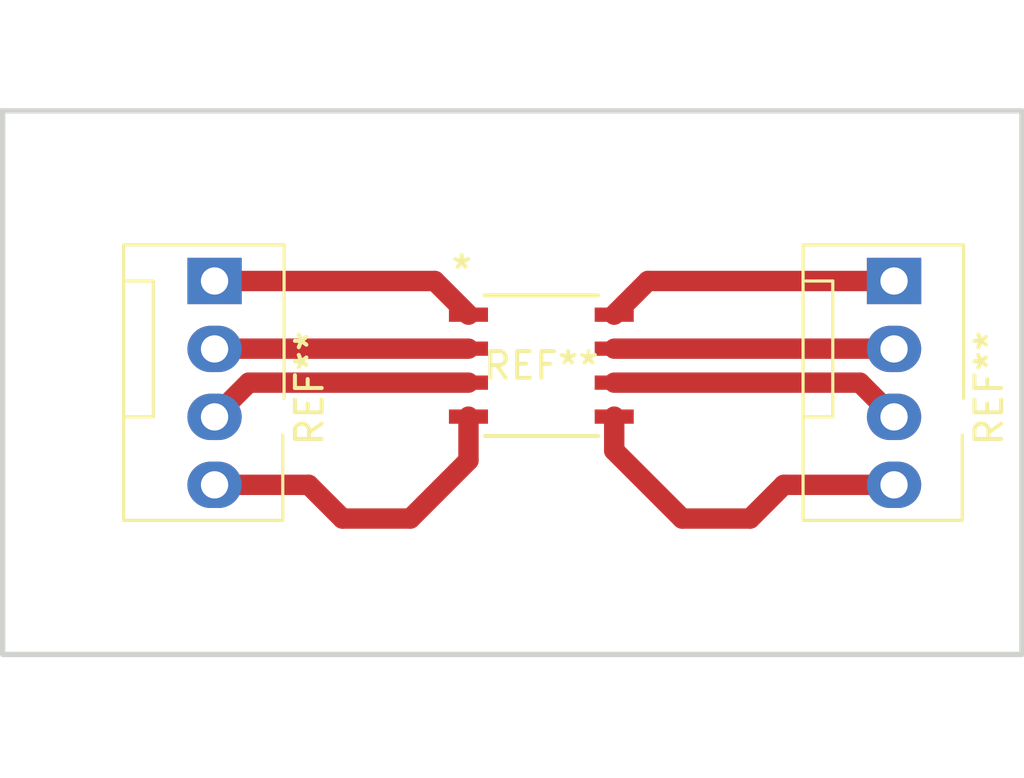
<source format=kicad_pcb>
(kicad_pcb (version 20221018) (generator pcbnew)
  (layers (0 "F.Cu" signal) (31 "B.Cu" signal) (34 "B.Paste" user) (35 "F.Paste" user) (36 "B.SilkS" user "B.Silkscreen") (37 "F.SilkS" user "F.Silkscreen") (38 "B.Mask" user) (39 "F.Mask" user) (44 "Edge.Cuts" user))
  (net 0 "")
  (footprint "Connector:FanPinHeader_1x04_P2.54mm_Vertical" (layer "F.Cu") (at 137.46 77.48 -90)
    (fp_text reference "REF**" (at 4 -3.55 90) (layer "F.SilkS"))
    (fp_text value "FanPinHeader_1x04_P2.54mm_Vertical")
    (fp_line (start -1.35 -2.6) (end 4.4 -2.6) (stroke (width 0.12)) (layer "F.SilkS"))
    (fp_line (start -1.35 3.4) (end -1.35 -2.6) (stroke (width 0.12)) (layer "F.SilkS"))
    (fp_line (start 0 2.29) (end 5.08 2.29) (stroke (width 0.12)) (layer "F.SilkS"))
    (fp_line (start 0 3.3) (end 0 2.29) (stroke (width 0.12)) (layer "F.SilkS"))
    (fp_line (start 5.08 2.29) (end 5.08 3.3) (stroke (width 0.12)) (layer "F.SilkS"))
    (fp_line (start 5.75 -2.55) (end 8.95 -2.55) (stroke (width 0.12)) (layer "F.SilkS"))
    (fp_line (start 8.95 -2.55) (end 8.95 3.4) (stroke (width 0.12)) (layer "F.SilkS"))
    (fp_line (start 8.95 3.4) (end -1.35 3.4) (stroke (width 0.12)) (layer "F.SilkS"))
    (pad "" np_thru_hole circle (at 5.08 -2.16) (size 1.1 1.1) (drill 1.1) (layers "*.Cu" "*.Mask"))
    (pad "1" thru_hole rect (at 0 0) (size 2.03 1.73) (drill 1.02) (layers "*.Cu" "*.Mask"))
    (pad "2" thru_hole oval (at 2.54 0) (size 2.03 1.73) (drill 1.02) (layers "*.Cu" "*.Mask"))
    (pad "3" thru_hole oval (at 5.08 0) (size 2.03 1.73) (drill 1.02) (layers "*.Cu" "*.Mask"))
    (pad "4" thru_hole oval (at 7.62 0) (size 2.03 1.73) (drill 1.02) (layers "*.Cu" "*.Mask"))
  )
  (footprint "Connector:FanPinHeader_1x04_P2.54mm_Vertical" (layer "F.Cu") (at 162.86 77.48 -90)
    (fp_text reference "REF**" (at 4 -3.55 90) (layer "F.SilkS"))
    (fp_text value "FanPinHeader_1x04_P2.54mm_Vertical")
    (fp_line (start -1.35 -2.6) (end 4.4 -2.6) (stroke (width 0.12)) (layer "F.SilkS"))
    (fp_line (start -1.35 3.4) (end -1.35 -2.6) (stroke (width 0.12)) (layer "F.SilkS"))
    (fp_line (start 0 2.29) (end 5.08 2.29) (stroke (width 0.12)) (layer "F.SilkS"))
    (fp_line (start 0 3.3) (end 0 2.29) (stroke (width 0.12)) (layer "F.SilkS"))
    (fp_line (start 5.08 2.29) (end 5.08 3.3) (stroke (width 0.12)) (layer "F.SilkS"))
    (fp_line (start 5.75 -2.55) (end 8.95 -2.55) (stroke (width 0.12)) (layer "F.SilkS"))
    (fp_line (start 8.95 -2.55) (end 8.95 3.4) (stroke (width 0.12)) (layer "F.SilkS"))
    (fp_line (start 8.95 3.4) (end -1.35 3.4) (stroke (width 0.12)) (layer "F.SilkS"))
    (pad "" np_thru_hole circle (at 5.08 -2.16) (size 1.1 1.1) (drill 1.1) (layers "*.Cu" "*.Mask"))
    (pad "1" thru_hole rect (at 0 0) (size 2.03 1.73) (drill 1.02) (layers "*.Cu" "*.Mask"))
    (pad "2" thru_hole oval (at 2.54 0) (size 2.03 1.73) (drill 1.02) (layers "*.Cu" "*.Mask"))
    (pad "3" thru_hole oval (at 5.08 0) (size 2.03 1.73) (drill 1.02) (layers "*.Cu" "*.Mask"))
    (pad "4" thru_hole oval (at 7.62 0) (size 2.03 1.73) (drill 1.02) (layers "*.Cu" "*.Mask"))
  )
  (footprint "LPF:SO-8_S_LIT" (layer "F.Cu") (at 149.67585 80.645)
    (fp_text reference "REF**" (at 0 0 unlocked) (layer "F.SilkS"))
    (fp_text value "SO-8_S_LIT")
    (fp_text user "*" (at -2.97815 -3.5814) (layer "F.SilkS"))
    (fp_text user "*" (at -2.97815 -3.5814 unlocked) (layer "F.SilkS"))
    (fp_line (start -2.1209 2.6289) (end 2.1209 2.6289) (stroke (width 0.1524)) (layer "F.SilkS"))
    (fp_line (start 2.1209 -2.6289) (end -2.1209 -2.6289) (stroke (width 0.1524)) (layer "F.SilkS"))
    (pad "1" smd rect (at -2.72415 -1.905) (size 1.4605 0.5334) (layers "F.Cu" "F.Paste" "F.Mask"))
    (pad "2" smd rect (at -2.72415 -0.635) (size 1.4605 0.5334) (layers "F.Cu" "F.Paste" "F.Mask"))
    (pad "3" smd rect (at -2.72415 0.635) (size 1.4605 0.5334) (layers "F.Cu" "F.Paste" "F.Mask"))
    (pad "4" smd rect (at -2.72415 1.905) (size 1.4605 0.5334) (layers "F.Cu" "F.Paste" "F.Mask"))
    (pad "5" smd rect (at 2.72415 1.905) (size 1.4605 0.5334) (layers "F.Cu" "F.Paste" "F.Mask"))
    (pad "6" smd rect (at 2.72415 0.635) (size 1.4605 0.5334) (layers "F.Cu" "F.Paste" "F.Mask"))
    (pad "7" smd rect (at 2.72415 -0.635) (size 1.4605 0.5334) (layers "F.Cu" "F.Paste" "F.Mask"))
    (pad "8" smd rect (at 2.72415 -1.905) (size 1.4605 0.5334) (layers "F.Cu" "F.Paste" "F.Mask"))
  )
  (gr_rect (start 129.54 71.12) (end 167.64 91.44) (stroke (width 0.2)) (fill none) (layer "Edge.Cuts"))
  (segment (start 146.9517 81.28) (end 138.74 81.28) (width 0.762) (layer "F.Cu") (net 0))
  (segment (start 145.6917 77.48) (end 146.9517 78.74) (width 0.762) (layer "F.Cu") (net 0))
  (segment (start 152.4 80.01) (end 162.85 80.01) (width 0.762) (layer "F.Cu") (net 0))
  (segment (start 154.94 86.36) (end 157.48 86.36) (width 0.762) (layer "F.Cu") (net 0))
  (segment (start 140.98 85.1) (end 137.46 85.1) (width 0.762) (layer "F.Cu") (net 0))
  (segment (start 146.9517 84.1883) (end 144.78 86.36) (width 0.762) (layer "F.Cu") (net 0))
  (segment (start 161.58 81.28) (end 162.86 82.56) (width 0.762) (layer "F.Cu") (net 0))
  (segment (start 157.48 86.36) (end 158.74 85.1) (width 0.762) (layer "F.Cu") (net 0))
  (segment (start 137.47 80.01) (end 137.46 80.02) (width 0.762) (layer "F.Cu") (net 0))
  (segment (start 137.46 77.48) (end 145.6917 77.48) (width 0.762) (layer "F.Cu") (net 0))
  (segment (start 144.78 86.36) (end 142.24 86.36) (width 0.762) (layer "F.Cu") (net 0))
  (segment (start 145.73885 81.026) (end 146.11985 81.407) (width 0) (layer "F.Cu") (net 0))
  (segment (start 146.9517 82.55) (end 146.9517 84.1883) (width 0.762) (layer "F.Cu") (net 0))
  (segment (start 153.66 77.48) (end 152.4 78.74) (width 0.762) (layer "F.Cu") (net 0))
  (segment (start 152.4 82.55) (end 152.4 83.82) (width 0.762) (layer "F.Cu") (net 0))
  (segment (start 152.4 83.82) (end 154.94 86.36) (width 0.762) (layer "F.Cu") (net 0))
  (segment (start 158.74 85.1) (end 162.86 85.1) (width 0.762) (layer "F.Cu") (net 0))
  (segment (start 146.9517 80.01) (end 137.47 80.01) (width 0.762) (layer "F.Cu") (net 0))
  (segment (start 138.74 81.28) (end 137.46 82.56) (width 0.762) (layer "F.Cu") (net 0))
  (segment (start 162.86 77.48) (end 153.66 77.48) (width 0.762) (layer "F.Cu") (net 0))
  (segment (start 162.85 80.01) (end 162.86 80.02) (width 0.762) (layer "F.Cu") (net 0))
  (segment (start 152.4 81.28) (end 161.58 81.28) (width 0.762) (layer "F.Cu") (net 0))
  (segment (start 142.24 86.36) (end 140.98 85.1) (width 0.762) (layer "F.Cu") (net 0))
)
</source>
